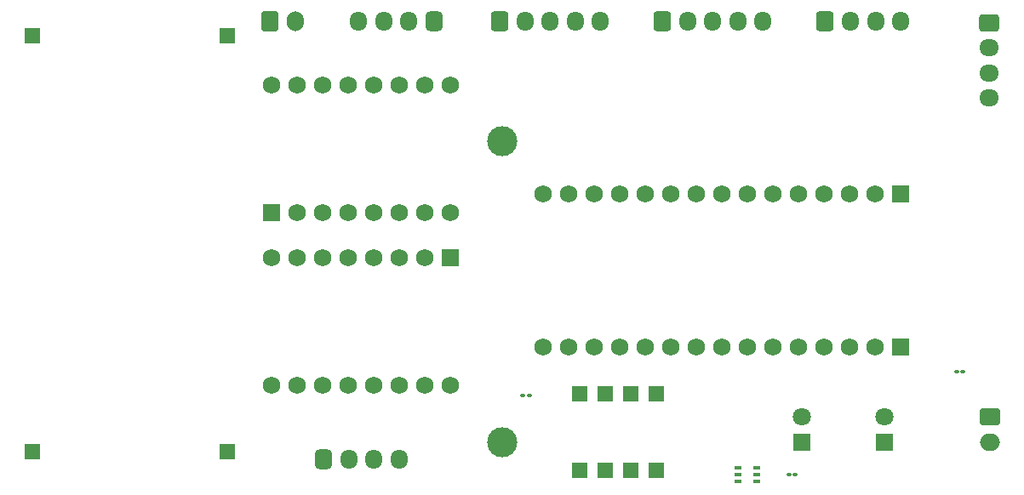
<source format=gbr>
%TF.GenerationSoftware,KiCad,Pcbnew,8.0.0*%
%TF.CreationDate,2024-03-29T22:46:43+01:00*%
%TF.ProjectId,carte_generale,63617274-655f-4676-956e-6572616c652e,Cyril_ Eliott*%
%TF.SameCoordinates,Original*%
%TF.FileFunction,Soldermask,Top*%
%TF.FilePolarity,Negative*%
%FSLAX46Y46*%
G04 Gerber Fmt 4.6, Leading zero omitted, Abs format (unit mm)*
G04 Created by KiCad (PCBNEW 8.0.0) date 2024-03-29 22:46:43*
%MOMM*%
%LPD*%
G01*
G04 APERTURE LIST*
G04 Aperture macros list*
%AMRoundRect*
0 Rectangle with rounded corners*
0 $1 Rounding radius*
0 $2 $3 $4 $5 $6 $7 $8 $9 X,Y pos of 4 corners*
0 Add a 4 corners polygon primitive as box body*
4,1,4,$2,$3,$4,$5,$6,$7,$8,$9,$2,$3,0*
0 Add four circle primitives for the rounded corners*
1,1,$1+$1,$2,$3*
1,1,$1+$1,$4,$5*
1,1,$1+$1,$6,$7*
1,1,$1+$1,$8,$9*
0 Add four rect primitives between the rounded corners*
20,1,$1+$1,$2,$3,$4,$5,0*
20,1,$1+$1,$4,$5,$6,$7,0*
20,1,$1+$1,$6,$7,$8,$9,0*
20,1,$1+$1,$8,$9,$2,$3,0*%
G04 Aperture macros list end*
%ADD10RoundRect,0.100000X0.130000X0.100000X-0.130000X0.100000X-0.130000X-0.100000X0.130000X-0.100000X0*%
%ADD11R,1.524000X1.524000*%
%ADD12RoundRect,0.250000X-0.600000X-0.750000X0.600000X-0.750000X0.600000X0.750000X-0.600000X0.750000X0*%
%ADD13O,1.700000X2.000000*%
%ADD14RoundRect,0.102000X0.765000X-0.765000X0.765000X0.765000X-0.765000X0.765000X-0.765000X-0.765000X0*%
%ADD15C,1.734000*%
%ADD16RoundRect,0.250000X-0.725000X0.600000X-0.725000X-0.600000X0.725000X-0.600000X0.725000X0.600000X0*%
%ADD17O,1.950000X1.700000*%
%ADD18RoundRect,0.250000X-0.600000X-0.725000X0.600000X-0.725000X0.600000X0.725000X-0.600000X0.725000X0*%
%ADD19O,1.700000X1.950000*%
%ADD20RoundRect,0.100000X-0.130000X-0.100000X0.130000X-0.100000X0.130000X0.100000X-0.130000X0.100000X0*%
%ADD21C,3.000000*%
%ADD22RoundRect,0.250000X-0.750000X0.600000X-0.750000X-0.600000X0.750000X-0.600000X0.750000X0.600000X0*%
%ADD23O,2.000000X1.700000*%
%ADD24R,1.800000X1.800000*%
%ADD25C,1.800000*%
%ADD26RoundRect,0.102000X-0.765000X0.765000X-0.765000X-0.765000X0.765000X-0.765000X0.765000X0.765000X0*%
%ADD27RoundRect,0.425000X-0.425000X-0.550000X0.425000X-0.550000X0.425000X0.550000X-0.425000X0.550000X0*%
%ADD28RoundRect,0.425000X0.425000X0.550000X-0.425000X0.550000X-0.425000X-0.550000X0.425000X-0.550000X0*%
%ADD29R,0.650000X0.400000*%
G04 APERTURE END LIST*
D10*
%TO.C,R2*%
X197714000Y-101346000D03*
X197074000Y-101346000D03*
%TD*%
D11*
%TO.C,U1*%
X167640000Y-65507600D03*
X148240000Y-65507600D03*
X167640000Y-106907600D03*
X148240000Y-106907600D03*
%TD*%
%TO.C,U5*%
X202692000Y-108839000D03*
X205232000Y-108839000D03*
X207772000Y-108839000D03*
X210312000Y-108839000D03*
X210312000Y-101219000D03*
X207772000Y-101219000D03*
X205232000Y-101219000D03*
X202692000Y-101219000D03*
%TD*%
D12*
%TO.C,J1*%
X171896400Y-64109600D03*
D13*
X174396400Y-64109600D03*
%TD*%
D14*
%TO.C,U3*%
X172085000Y-83185000D03*
D15*
X174625000Y-83185000D03*
X177165000Y-83185000D03*
X179705000Y-83185000D03*
X182245000Y-83185000D03*
X184785000Y-83185000D03*
X187325000Y-83185000D03*
X189865000Y-83185000D03*
X189865000Y-70485000D03*
X187325000Y-70485000D03*
X184785000Y-70485000D03*
X182245000Y-70485000D03*
X179705000Y-70485000D03*
X177165000Y-70485000D03*
X174625000Y-70485000D03*
X172085000Y-70485000D03*
%TD*%
D16*
%TO.C,J7*%
X243459000Y-64262000D03*
D17*
X243459000Y-66762000D03*
X243459000Y-69262000D03*
X243459000Y-71762000D03*
%TD*%
D18*
%TO.C,J2*%
X210947000Y-64135000D03*
D19*
X213447000Y-64135000D03*
X215947000Y-64135000D03*
X218447000Y-64135000D03*
X220947000Y-64135000D03*
%TD*%
D20*
%TO.C,R1*%
X223515000Y-109220000D03*
X224155000Y-109220000D03*
%TD*%
D21*
%TO.C,H1*%
X195000000Y-76000000D03*
%TD*%
D22*
%TO.C,J8*%
X243500000Y-103500000D03*
D23*
X243500000Y-106000000D03*
%TD*%
D21*
%TO.C,H2*%
X195000000Y-106000000D03*
%TD*%
D24*
%TO.C,D2*%
X233045000Y-106045000D03*
D25*
X233045000Y-103505000D03*
%TD*%
D26*
%TO.C,U2*%
X189865000Y-87630000D03*
D15*
X187325000Y-87630000D03*
X184785000Y-87630000D03*
X182245000Y-87630000D03*
X179705000Y-87630000D03*
X177165000Y-87630000D03*
X174625000Y-87630000D03*
X172085000Y-87630000D03*
X172085000Y-100330000D03*
X174625000Y-100330000D03*
X177165000Y-100330000D03*
X179705000Y-100330000D03*
X182245000Y-100330000D03*
X184785000Y-100330000D03*
X187325000Y-100330000D03*
X189865000Y-100330000D03*
%TD*%
D20*
%TO.C,R3*%
X240180000Y-99000000D03*
X240820000Y-99000000D03*
%TD*%
D24*
%TO.C,D1*%
X224790000Y-106045000D03*
D25*
X224790000Y-103505000D03*
%TD*%
D27*
%TO.C,J6*%
X188195600Y-64135000D03*
D19*
X185695600Y-64135000D03*
X183195600Y-64135000D03*
X180695600Y-64135000D03*
%TD*%
D18*
%TO.C,J4*%
X194771000Y-64135000D03*
D19*
X197271000Y-64135000D03*
X199771000Y-64135000D03*
X202271000Y-64135000D03*
X204771000Y-64135000D03*
%TD*%
D28*
%TO.C,J5*%
X177225000Y-107696000D03*
D19*
X179725000Y-107696000D03*
X182225000Y-107696000D03*
X184725000Y-107696000D03*
%TD*%
D26*
%TO.C,U4*%
X234655000Y-81280000D03*
D15*
X232115000Y-81280000D03*
X229575000Y-81280000D03*
X227035000Y-81280000D03*
X224495000Y-81280000D03*
X221955000Y-81280000D03*
X219415000Y-81280000D03*
X216875000Y-81280000D03*
X214335000Y-81280000D03*
X211795000Y-81280000D03*
X209255000Y-81280000D03*
X206715000Y-81280000D03*
X204175000Y-81280000D03*
X201635000Y-81280000D03*
X199095000Y-81280000D03*
X199095000Y-96520000D03*
X201635000Y-96520000D03*
X204175000Y-96520000D03*
X206715000Y-96520000D03*
X209255000Y-96520000D03*
X211795000Y-96520000D03*
X214335000Y-96520000D03*
X216875000Y-96520000D03*
X219415000Y-96520000D03*
X221955000Y-96520000D03*
X224495000Y-96520000D03*
X227035000Y-96520000D03*
X229575000Y-96520000D03*
X232115000Y-96520000D03*
D26*
X234655000Y-96520000D03*
%TD*%
D18*
%TO.C,J3*%
X227136000Y-64118000D03*
D19*
X229636000Y-64118000D03*
X232136000Y-64118000D03*
X234636000Y-64118000D03*
%TD*%
D29*
%TO.C,U7*%
X218445000Y-108585000D03*
X218445000Y-109235000D03*
X218445000Y-109885000D03*
X220345000Y-109885000D03*
X220345000Y-109235000D03*
X220345000Y-108585000D03*
%TD*%
M02*

</source>
